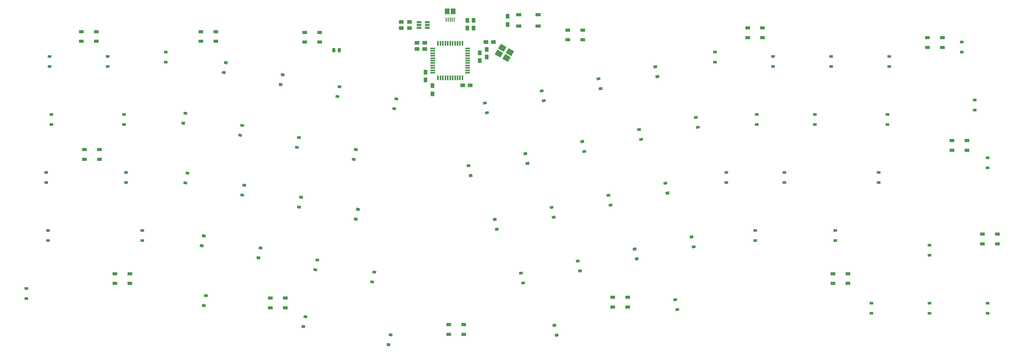
<source format=gbr>
G04 #@! TF.GenerationSoftware,KiCad,Pcbnew,(5.1.9)-1*
G04 #@! TF.CreationDate,2021-11-12T16:42:20+08:00*
G04 #@! TF.ProjectId,arisu,61726973-752e-46b6-9963-61645f706362,1.1*
G04 #@! TF.SameCoordinates,Original*
G04 #@! TF.FileFunction,Paste,Bot*
G04 #@! TF.FilePolarity,Positive*
%FSLAX46Y46*%
G04 Gerber Fmt 4.6, Leading zero omitted, Abs format (unit mm)*
G04 Created by KiCad (PCBNEW (5.1.9)-1) date 2021-11-12 16:42:20*
%MOMM*%
%LPD*%
G01*
G04 APERTURE LIST*
%ADD10R,0.550000X1.500000*%
%ADD11R,1.500000X0.550000*%
%ADD12R,1.500000X1.000000*%
%ADD13R,1.250000X1.500000*%
%ADD14R,1.500000X1.250000*%
%ADD15R,1.200000X0.900000*%
%ADD16C,0.100000*%
%ADD17R,1.500000X1.900000*%
%ADD18R,0.400000X1.350000*%
%ADD19R,1.500000X1.300000*%
%ADD20R,1.300000X1.500000*%
%ADD21R,1.700000X1.000000*%
%ADD22R,1.560000X0.650000*%
G04 APERTURE END LIST*
D10*
X171514000Y-36464000D03*
X172314000Y-36464000D03*
X173114000Y-36464000D03*
X173914000Y-36464000D03*
X174714000Y-36464000D03*
X175514000Y-36464000D03*
X176314000Y-36464000D03*
X177114000Y-36464000D03*
X177914000Y-36464000D03*
X178714000Y-36464000D03*
X179514000Y-36464000D03*
D11*
X181214000Y-38164000D03*
X181214000Y-38964000D03*
X181214000Y-39764000D03*
X181214000Y-40564000D03*
X181214000Y-41364000D03*
X181214000Y-42164000D03*
X181214000Y-42964000D03*
X181214000Y-43764000D03*
X181214000Y-44564000D03*
X181214000Y-45364000D03*
X181214000Y-46164000D03*
D10*
X179514000Y-47864000D03*
X178714000Y-47864000D03*
X177914000Y-47864000D03*
X177114000Y-47864000D03*
X176314000Y-47864000D03*
X175514000Y-47864000D03*
X174714000Y-47864000D03*
X173914000Y-47864000D03*
X173114000Y-47864000D03*
X172314000Y-47864000D03*
X171514000Y-47864000D03*
D11*
X169814000Y-46164000D03*
X169814000Y-45364000D03*
X169814000Y-44564000D03*
X169814000Y-43764000D03*
X169814000Y-42964000D03*
X169814000Y-42164000D03*
X169814000Y-41364000D03*
X169814000Y-40564000D03*
X169814000Y-39764000D03*
X169814000Y-38964000D03*
X169814000Y-38164000D03*
D12*
X175050000Y-132100000D03*
X175050000Y-128900000D03*
X179950000Y-132100000D03*
X179950000Y-128900000D03*
G36*
G01*
X137850000Y-38299998D02*
X137850000Y-39200002D01*
G75*
G02*
X137600002Y-39450000I-249998J0D01*
G01*
X137074998Y-39450000D01*
G75*
G02*
X136825000Y-39200002I0J249998D01*
G01*
X136825000Y-38299998D01*
G75*
G02*
X137074998Y-38050000I249998J0D01*
G01*
X137600002Y-38050000D01*
G75*
G02*
X137850000Y-38299998I0J-249998D01*
G01*
G37*
G36*
G01*
X139675000Y-38299998D02*
X139675000Y-39200002D01*
G75*
G02*
X139425002Y-39450000I-249998J0D01*
G01*
X138899998Y-39450000D01*
G75*
G02*
X138650000Y-39200002I0J249998D01*
G01*
X138650000Y-38299998D01*
G75*
G02*
X138899998Y-38050000I249998J0D01*
G01*
X139425002Y-38050000D01*
G75*
G02*
X139675000Y-38299998I0J-249998D01*
G01*
G37*
X214050000Y-35350000D03*
X214050000Y-32150000D03*
X218950000Y-35350000D03*
X218950000Y-32150000D03*
X350050000Y-102350000D03*
X350050000Y-99150000D03*
X354950000Y-102350000D03*
X354950000Y-99150000D03*
X233700000Y-119900000D03*
X233700000Y-123100000D03*
X228800000Y-119900000D03*
X228800000Y-123100000D03*
X60450000Y-71400000D03*
X60450000Y-74600000D03*
X55550000Y-71400000D03*
X55550000Y-74600000D03*
X277950000Y-31400000D03*
X277950000Y-34600000D03*
X273050000Y-31400000D03*
X273050000Y-34600000D03*
X54550000Y-35850000D03*
X54550000Y-32650000D03*
X59450000Y-35850000D03*
X59450000Y-32650000D03*
X336950000Y-34650000D03*
X336950000Y-37850000D03*
X332050000Y-34650000D03*
X332050000Y-37850000D03*
X116550000Y-123350000D03*
X116550000Y-120150000D03*
X121450000Y-123350000D03*
X121450000Y-120150000D03*
X98700000Y-32650000D03*
X98700000Y-35850000D03*
X93800000Y-32650000D03*
X93800000Y-35850000D03*
X340050000Y-71600000D03*
X340050000Y-68400000D03*
X344950000Y-71600000D03*
X344950000Y-68400000D03*
X301050000Y-115350000D03*
X301050000Y-112150000D03*
X305950000Y-115350000D03*
X305950000Y-112150000D03*
X70450000Y-112150000D03*
X70450000Y-115350000D03*
X65550000Y-112150000D03*
X65550000Y-115350000D03*
X132700000Y-32900000D03*
X132700000Y-36100000D03*
X127800000Y-32900000D03*
X127800000Y-36100000D03*
D13*
X185166000Y-39644000D03*
X185166000Y-42144000D03*
X187452000Y-41001000D03*
X187452000Y-38501000D03*
X183134000Y-31476000D03*
X183134000Y-28976000D03*
X181102000Y-31476000D03*
X181102000Y-28976000D03*
D14*
X167132000Y-36322000D03*
X164632000Y-36322000D03*
X167132000Y-38354000D03*
X164632000Y-38354000D03*
X179598000Y-50292000D03*
X182098000Y-50292000D03*
D13*
X167386000Y-48494000D03*
X167386000Y-45994000D03*
D14*
X187198000Y-36068000D03*
X189698000Y-36068000D03*
D15*
X44115000Y-44145000D03*
X44115000Y-40845000D03*
X44715000Y-63195000D03*
X44715000Y-59895000D03*
X43031250Y-82245000D03*
X43031250Y-78945000D03*
X43618750Y-101295000D03*
X43618750Y-97995000D03*
X36485000Y-120345000D03*
X36485000Y-117045000D03*
X63165000Y-44145000D03*
X63165000Y-40845000D03*
X68525000Y-63195000D03*
X68525000Y-59895000D03*
X69225000Y-82245000D03*
X69225000Y-78945000D03*
X74575000Y-101295000D03*
X74575000Y-97995000D03*
X82215000Y-42644615D03*
X82215000Y-39344615D03*
D16*
G36*
X88466125Y-63295481D02*
G01*
X87292348Y-63045987D01*
X87479469Y-62165655D01*
X88653246Y-62415149D01*
X88466125Y-63295481D01*
G37*
G36*
X89152233Y-60067593D02*
G01*
X87978456Y-59818099D01*
X88165577Y-58937767D01*
X89339354Y-59187261D01*
X89152233Y-60067593D01*
G37*
G36*
X89163792Y-82919374D02*
G01*
X87990015Y-82669880D01*
X88177136Y-81789548D01*
X89350913Y-82039042D01*
X89163792Y-82919374D01*
G37*
G36*
X89849900Y-79691486D02*
G01*
X88676123Y-79441992D01*
X88863244Y-78561660D01*
X90037021Y-78811154D01*
X89849900Y-79691486D01*
G37*
G36*
X94519874Y-103533443D02*
G01*
X93346097Y-103283949D01*
X93533218Y-102403617D01*
X94706995Y-102653111D01*
X94519874Y-103533443D01*
G37*
G36*
X95205982Y-100305555D02*
G01*
X94032205Y-100056061D01*
X94219326Y-99175729D01*
X95393103Y-99425223D01*
X95205982Y-100305555D01*
G37*
G36*
X95217575Y-123157331D02*
G01*
X94043798Y-122907837D01*
X94230919Y-122027505D01*
X95404696Y-122276999D01*
X95217575Y-123157331D01*
G37*
G36*
X95903683Y-119929443D02*
G01*
X94729906Y-119679949D01*
X94917027Y-118799617D01*
X96090804Y-119049111D01*
X95903683Y-119929443D01*
G37*
G36*
X101743783Y-46642138D02*
G01*
X100570006Y-46392644D01*
X100757127Y-45512312D01*
X101930904Y-45761806D01*
X101743783Y-46642138D01*
G37*
G36*
X102429891Y-43414250D02*
G01*
X101256114Y-43164756D01*
X101443235Y-42284424D01*
X102617012Y-42533918D01*
X102429891Y-43414250D01*
G37*
G36*
X107099835Y-67256207D02*
G01*
X105926058Y-67006713D01*
X106113179Y-66126381D01*
X107286956Y-66375875D01*
X107099835Y-67256207D01*
G37*
G36*
X107785943Y-64028319D02*
G01*
X106612166Y-63778825D01*
X106799287Y-62898493D01*
X107973064Y-63147987D01*
X107785943Y-64028319D01*
G37*
G36*
X107797502Y-86880101D02*
G01*
X106623725Y-86630607D01*
X106810846Y-85750275D01*
X107984623Y-85999769D01*
X107797502Y-86880101D01*
G37*
G36*
X108483610Y-83652213D02*
G01*
X107309833Y-83402719D01*
X107496954Y-82522387D01*
X108670731Y-82771881D01*
X108483610Y-83652213D01*
G37*
G36*
X113153584Y-107494169D02*
G01*
X111979807Y-107244675D01*
X112166928Y-106364343D01*
X113340705Y-106613837D01*
X113153584Y-107494169D01*
G37*
G36*
X113839692Y-104266281D02*
G01*
X112665915Y-104016787D01*
X112853036Y-103136455D01*
X114026813Y-103385949D01*
X113839692Y-104266281D01*
G37*
G36*
X120377494Y-50602856D02*
G01*
X119203717Y-50353362D01*
X119390838Y-49473030D01*
X120564615Y-49722524D01*
X120377494Y-50602856D01*
G37*
G36*
X121063602Y-47374968D02*
G01*
X119889825Y-47125474D01*
X120076946Y-46245142D01*
X121250723Y-46494636D01*
X121063602Y-47374968D01*
G37*
G36*
X125733545Y-71216934D02*
G01*
X124559768Y-70967440D01*
X124746889Y-70087108D01*
X125920666Y-70336602D01*
X125733545Y-71216934D01*
G37*
G36*
X126419653Y-67989046D02*
G01*
X125245876Y-67739552D01*
X125432997Y-66859220D01*
X126606774Y-67108714D01*
X126419653Y-67989046D01*
G37*
G36*
X126431212Y-90840828D02*
G01*
X125257435Y-90591334D01*
X125444556Y-89711002D01*
X126618333Y-89960496D01*
X126431212Y-90840828D01*
G37*
G36*
X127117320Y-87612940D02*
G01*
X125943543Y-87363446D01*
X126130664Y-86483114D01*
X127304441Y-86732608D01*
X127117320Y-87612940D01*
G37*
G36*
X131787293Y-111454896D02*
G01*
X130613516Y-111205402D01*
X130800637Y-110325070D01*
X131974414Y-110574564D01*
X131787293Y-111454896D01*
G37*
G36*
X132473401Y-108227008D02*
G01*
X131299624Y-107977514D01*
X131486745Y-107097182D01*
X132660522Y-107346676D01*
X132473401Y-108227008D01*
G37*
G36*
X127826567Y-130088606D02*
G01*
X126652790Y-129839112D01*
X126839911Y-128958780D01*
X128013688Y-129208274D01*
X127826567Y-130088606D01*
G37*
G36*
X128512675Y-126860718D02*
G01*
X127338898Y-126611224D01*
X127526019Y-125730892D01*
X128699796Y-125980386D01*
X128512675Y-126860718D01*
G37*
G36*
X139011206Y-54563574D02*
G01*
X137837429Y-54314080D01*
X138024550Y-53433748D01*
X139198327Y-53683242D01*
X139011206Y-54563574D01*
G37*
G36*
X139697314Y-51335686D02*
G01*
X138523537Y-51086192D01*
X138710658Y-50205860D01*
X139884435Y-50455354D01*
X139697314Y-51335686D01*
G37*
G36*
X144367255Y-75177661D02*
G01*
X143193478Y-74928167D01*
X143380599Y-74047835D01*
X144554376Y-74297329D01*
X144367255Y-75177661D01*
G37*
G36*
X145053363Y-71949773D02*
G01*
X143879586Y-71700279D01*
X144066707Y-70819947D01*
X145240484Y-71069441D01*
X145053363Y-71949773D01*
G37*
G36*
X145064922Y-94801555D02*
G01*
X143891145Y-94552061D01*
X144078266Y-93671729D01*
X145252043Y-93921223D01*
X145064922Y-94801555D01*
G37*
G36*
X145751030Y-91573667D02*
G01*
X144577253Y-91324173D01*
X144764374Y-90443841D01*
X145938151Y-90693335D01*
X145751030Y-91573667D01*
G37*
G36*
X150421003Y-115415623D02*
G01*
X149247226Y-115166129D01*
X149434347Y-114285797D01*
X150608124Y-114535291D01*
X150421003Y-115415623D01*
G37*
G36*
X151107111Y-112187735D02*
G01*
X149933334Y-111938241D01*
X150120455Y-111057909D01*
X151294232Y-111307403D01*
X151107111Y-112187735D01*
G37*
G36*
X155777140Y-136029652D02*
G01*
X154603363Y-135780158D01*
X154790484Y-134899826D01*
X155964261Y-135149320D01*
X155777140Y-136029652D01*
G37*
G36*
X156463248Y-132801764D02*
G01*
X155289471Y-132552270D01*
X155476592Y-131671938D01*
X156650369Y-131921432D01*
X156463248Y-132801764D01*
G37*
G36*
X157644918Y-58524291D02*
G01*
X156471141Y-58274797D01*
X156658262Y-57394465D01*
X157832039Y-57643959D01*
X157644918Y-58524291D01*
G37*
G36*
X158331026Y-55296403D02*
G01*
X157157249Y-55046909D01*
X157344370Y-54166577D01*
X158518147Y-54416071D01*
X158331026Y-55296403D01*
G37*
G36*
X182886926Y-80228890D02*
G01*
X181713149Y-80478384D01*
X181526028Y-79598052D01*
X182699805Y-79348558D01*
X182886926Y-80228890D01*
G37*
G36*
X182200818Y-77001002D02*
G01*
X181027041Y-77250496D01*
X180839920Y-76370164D01*
X182013697Y-76120670D01*
X182200818Y-77001002D01*
G37*
G36*
X191506047Y-97872442D02*
G01*
X190332270Y-98121936D01*
X190145149Y-97241604D01*
X191318926Y-96992110D01*
X191506047Y-97872442D01*
G37*
G36*
X190819939Y-94644554D02*
G01*
X189646162Y-94894048D01*
X189459041Y-94013716D01*
X190632818Y-93764222D01*
X190819939Y-94644554D01*
G37*
G36*
X200125168Y-115515994D02*
G01*
X198951391Y-115765488D01*
X198764270Y-114885156D01*
X199938047Y-114635662D01*
X200125168Y-115515994D01*
G37*
G36*
X199439060Y-112288106D02*
G01*
X198265283Y-112537600D01*
X198078162Y-111657268D01*
X199251939Y-111407774D01*
X199439060Y-112288106D01*
G37*
G36*
X188243153Y-59614791D02*
G01*
X187069376Y-59864285D01*
X186882255Y-58983953D01*
X188056032Y-58734459D01*
X188243153Y-59614791D01*
G37*
G36*
X187557045Y-56386903D02*
G01*
X186383268Y-56636397D01*
X186196147Y-55756065D01*
X187369924Y-55506571D01*
X187557045Y-56386903D01*
G37*
G36*
X201520637Y-76268172D02*
G01*
X200346860Y-76517666D01*
X200159739Y-75637334D01*
X201333516Y-75387840D01*
X201520637Y-76268172D01*
G37*
G36*
X200834529Y-73040284D02*
G01*
X199660752Y-73289778D01*
X199473631Y-72409446D01*
X200647408Y-72159952D01*
X200834529Y-73040284D01*
G37*
G36*
X210139758Y-93911724D02*
G01*
X208965981Y-94161218D01*
X208778860Y-93280886D01*
X209952637Y-93031392D01*
X210139758Y-93911724D01*
G37*
G36*
X209453650Y-90683836D02*
G01*
X208279873Y-90933330D01*
X208092752Y-90052998D01*
X209266529Y-89803504D01*
X209453650Y-90683836D01*
G37*
G36*
X218758880Y-111555276D02*
G01*
X217585103Y-111804770D01*
X217397982Y-110924438D01*
X218571759Y-110674944D01*
X218758880Y-111555276D01*
G37*
G36*
X218072772Y-108327388D02*
G01*
X216898995Y-108576882D01*
X216711874Y-107696550D01*
X217885651Y-107447056D01*
X218072772Y-108327388D01*
G37*
G36*
X211073569Y-132664401D02*
G01*
X209899792Y-132913895D01*
X209712671Y-132033563D01*
X210886448Y-131784069D01*
X211073569Y-132664401D01*
G37*
G36*
X210387461Y-129436513D02*
G01*
X209213684Y-129686007D01*
X209026563Y-128805675D01*
X210200340Y-128556181D01*
X210387461Y-129436513D01*
G37*
G36*
X206876865Y-55654073D02*
G01*
X205703088Y-55903567D01*
X205515967Y-55023235D01*
X206689744Y-54773741D01*
X206876865Y-55654073D01*
G37*
G36*
X206190757Y-52426185D02*
G01*
X205016980Y-52675679D01*
X204829859Y-51795347D01*
X206003636Y-51545853D01*
X206190757Y-52426185D01*
G37*
G36*
X220154349Y-72307455D02*
G01*
X218980572Y-72556949D01*
X218793451Y-71676617D01*
X219967228Y-71427123D01*
X220154349Y-72307455D01*
G37*
G36*
X219468241Y-69079567D02*
G01*
X218294464Y-69329061D01*
X218107343Y-68448729D01*
X219281120Y-68199235D01*
X219468241Y-69079567D01*
G37*
G36*
X228773470Y-89951007D02*
G01*
X227599693Y-90200501D01*
X227412572Y-89320169D01*
X228586349Y-89070675D01*
X228773470Y-89951007D01*
G37*
G36*
X228087362Y-86723119D02*
G01*
X226913585Y-86972613D01*
X226726464Y-86092281D01*
X227900241Y-85842787D01*
X228087362Y-86723119D01*
G37*
G36*
X237392591Y-107594559D02*
G01*
X236218814Y-107844053D01*
X236031693Y-106963721D01*
X237205470Y-106714227D01*
X237392591Y-107594559D01*
G37*
G36*
X236706483Y-104366671D02*
G01*
X235532706Y-104616165D01*
X235345585Y-103735833D01*
X236519362Y-103486339D01*
X236706483Y-104366671D01*
G37*
G36*
X225510577Y-51693356D02*
G01*
X224336800Y-51942850D01*
X224149679Y-51062518D01*
X225323456Y-50813024D01*
X225510577Y-51693356D01*
G37*
G36*
X224824469Y-48465468D02*
G01*
X223650692Y-48714962D01*
X223463571Y-47834630D01*
X224637348Y-47585136D01*
X224824469Y-48465468D01*
G37*
G36*
X238788061Y-68346737D02*
G01*
X237614284Y-68596231D01*
X237427163Y-67715899D01*
X238600940Y-67466405D01*
X238788061Y-68346737D01*
G37*
G36*
X238101953Y-65118849D02*
G01*
X236928176Y-65368343D01*
X236741055Y-64488011D01*
X237914832Y-64238517D01*
X238101953Y-65118849D01*
G37*
G36*
X247407182Y-85990289D02*
G01*
X246233405Y-86239783D01*
X246046284Y-85359451D01*
X247220061Y-85109957D01*
X247407182Y-85990289D01*
G37*
G36*
X246721074Y-82762401D02*
G01*
X245547297Y-83011895D01*
X245360176Y-82131563D01*
X246533953Y-81882069D01*
X246721074Y-82762401D01*
G37*
G36*
X256026303Y-103633841D02*
G01*
X254852526Y-103883335D01*
X254665405Y-103003003D01*
X255839182Y-102753509D01*
X256026303Y-103633841D01*
G37*
G36*
X255340195Y-100405953D02*
G01*
X254166418Y-100655447D01*
X253979297Y-99775115D01*
X255153074Y-99525621D01*
X255340195Y-100405953D01*
G37*
G36*
X250670205Y-124247889D02*
G01*
X249496428Y-124497383D01*
X249309307Y-123617051D01*
X250483084Y-123367557D01*
X250670205Y-124247889D01*
G37*
G36*
X249984097Y-121020001D02*
G01*
X248810320Y-121269495D01*
X248623199Y-120389163D01*
X249796976Y-120139669D01*
X249984097Y-121020001D01*
G37*
G36*
X244144288Y-47732638D02*
G01*
X242970511Y-47982132D01*
X242783390Y-47101800D01*
X243957167Y-46852306D01*
X244144288Y-47732638D01*
G37*
G36*
X243458180Y-44504750D02*
G01*
X242284403Y-44754244D01*
X242097282Y-43873912D01*
X243271059Y-43624418D01*
X243458180Y-44504750D01*
G37*
G36*
X257421773Y-64386019D02*
G01*
X256247996Y-64635513D01*
X256060875Y-63755181D01*
X257234652Y-63505687D01*
X257421773Y-64386019D01*
G37*
G36*
X256735665Y-61158131D02*
G01*
X255561888Y-61407625D01*
X255374767Y-60527293D01*
X256548544Y-60277799D01*
X256735665Y-61158131D01*
G37*
D15*
X266025000Y-82245000D03*
X266025000Y-78945000D03*
X275550019Y-101294998D03*
X275550019Y-97994998D03*
X262345000Y-42644615D03*
X262345000Y-39344615D03*
X276035000Y-63195000D03*
X276035000Y-59895000D03*
X285075000Y-82245000D03*
X285075000Y-78945000D03*
X301743769Y-101294998D03*
X301743769Y-97994998D03*
X281395000Y-44145000D03*
X281395000Y-40845000D03*
X295085000Y-63195000D03*
X295085000Y-59895000D03*
X316031250Y-82245000D03*
X316031250Y-78945000D03*
X313649949Y-125107503D03*
X313649949Y-121807503D03*
X300445000Y-44145000D03*
X300445000Y-40845000D03*
X318905000Y-63195000D03*
X318905000Y-59895000D03*
X332699949Y-106057503D03*
X332699949Y-102757503D03*
X332699949Y-125107503D03*
X332699949Y-121807503D03*
X319495000Y-44145000D03*
X319495000Y-40845000D03*
X343307542Y-39382509D03*
X343307542Y-36082509D03*
X347480000Y-58432516D03*
X347480000Y-55132516D03*
X351750000Y-74100000D03*
X351750000Y-77400000D03*
X351749949Y-125107503D03*
X351749949Y-121807503D03*
D17*
X176509855Y-26008000D03*
D18*
X174859855Y-28708000D03*
X174209855Y-28708000D03*
X176809855Y-28708000D03*
X176159855Y-28708000D03*
X175509855Y-28708000D03*
D17*
X174509855Y-26008000D03*
D19*
X162132000Y-31496000D03*
X159432000Y-31496000D03*
X159432000Y-29464000D03*
X162132000Y-29464000D03*
D20*
X194310000Y-27606000D03*
X194310000Y-30306000D03*
X169672000Y-50386000D03*
X169672000Y-53086000D03*
D21*
X204318000Y-27056000D03*
X198018000Y-27056000D03*
X204318000Y-30856000D03*
X198018000Y-30856000D03*
D16*
G36*
X195359064Y-41047205D02*
G01*
X194459064Y-42606051D01*
X192640410Y-41556051D01*
X193540410Y-39997205D01*
X195359064Y-41047205D01*
G37*
G36*
X192847590Y-39597205D02*
G01*
X191947590Y-41156051D01*
X190128936Y-40106051D01*
X191028936Y-38547205D01*
X192847590Y-39597205D01*
G37*
G36*
X193947590Y-37691949D02*
G01*
X193047590Y-39250795D01*
X191228936Y-38200795D01*
X192128936Y-36641949D01*
X193947590Y-37691949D01*
G37*
G36*
X196459064Y-39141949D02*
G01*
X195559064Y-40700795D01*
X193740410Y-39650795D01*
X194640410Y-38091949D01*
X196459064Y-39141949D01*
G37*
D22*
X167974000Y-30480000D03*
X167974000Y-31430000D03*
X167974000Y-29530000D03*
X165274000Y-29530000D03*
X165274000Y-30480000D03*
X165274000Y-31430000D03*
M02*

</source>
